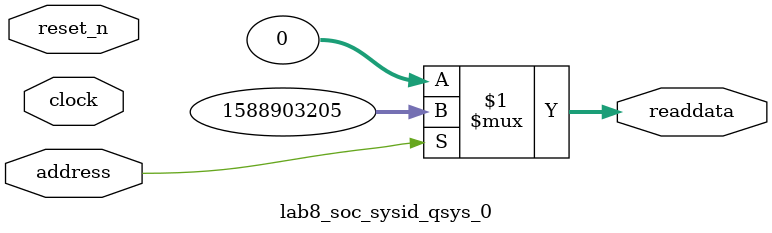
<source format=v>



// synthesis translate_off
`timescale 1ns / 1ps
// synthesis translate_on

// turn off superfluous verilog processor warnings 
// altera message_level Level1 
// altera message_off 10034 10035 10036 10037 10230 10240 10030 

module lab8_soc_sysid_qsys_0 (
               // inputs:
                address,
                clock,
                reset_n,

               // outputs:
                readdata
             )
;

  output  [ 31: 0] readdata;
  input            address;
  input            clock;
  input            reset_n;

  wire    [ 31: 0] readdata;
  //control_slave, which is an e_avalon_slave
  assign readdata = address ? 1588903205 : 0;

endmodule



</source>
